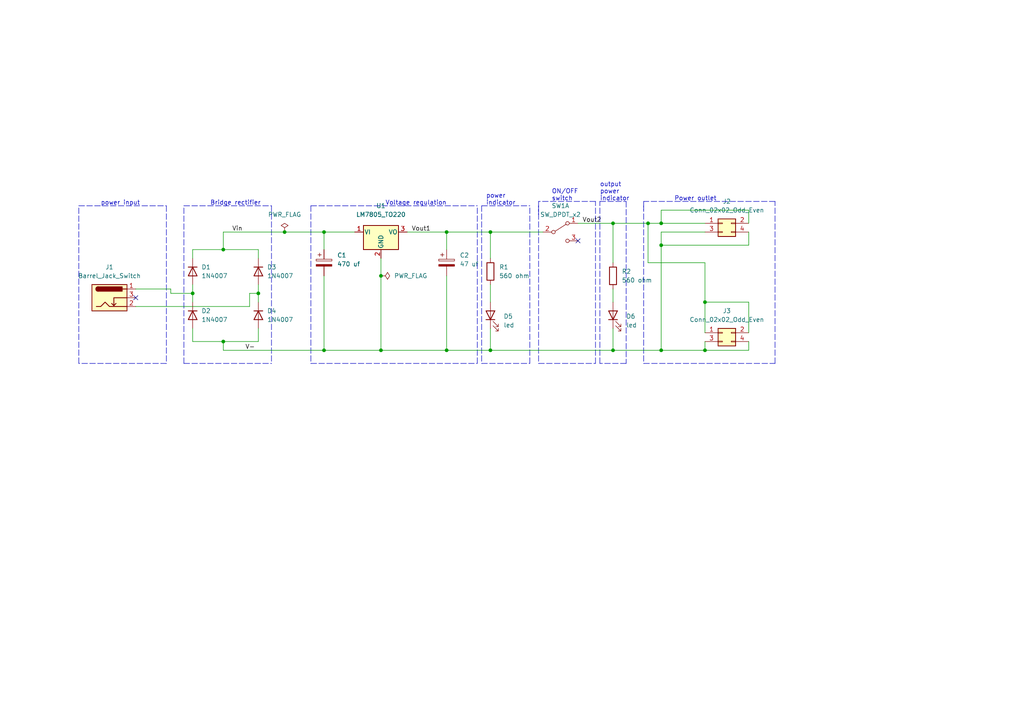
<source format=kicad_sch>
(kicad_sch (version 20211123) (generator eeschema)
  (paper "A4")
  (title_block (title "breadebored power supply") (date "2022-08-29") (company "NanoHertzs") (comment 1 "Designed on earth By Bernard"))
  (lib_symbols
    (symbol "Connector:Barrel_Jack_Switch" (pin_names hide)
      (property "Reference" "J" (at 0 5.334 0))
      (property "Value" "Barrel_Jack_Switch" (at 0 -5.08 0))
      (symbol "Barrel_Jack_Switch_0_1"
        (rectangle (start -5.08 3.81) (end 5.08 -3.81) (stroke (width 0.254)) (fill (type background)))
        (arc (start -3.302 3.175) (mid -3.937 2.54) (end -3.302 1.905) (stroke (width 0.254)))
        (arc (start -3.302 3.175) (mid -3.937 2.54) (end -3.302 1.905) (stroke (width 0.254)) (fill (type outline)))
        (polyline (pts (xy 1.27 -2.286) (xy 1.905 -1.651)) (stroke (width 0.254)))
        (polyline (pts (xy 5.08 2.54) (xy 3.81 2.54)) (stroke (width 0.254)))
        (polyline (pts (xy 5.08 0) (xy 1.27 0) (xy 1.27 -2.286) (xy 0.635 -1.651)) (stroke (width 0.254)))
        (polyline (pts (xy -3.81 -2.54) (xy -2.54 -2.54) (xy -1.27 -1.27) (xy 0 -2.54) (xy 2.54 -2.54) (xy 5.08 -2.54)) (stroke (width 0.254)))
        (rectangle (start 3.683 3.175) (end -3.302 1.905) (stroke (width 0.254)) (fill (type outline)))
      )
      (symbol "Barrel_Jack_Switch_1_1"
        (pin passive line (at 7.62 2.54 180) (length 2.54) (name "~") (number "1"))
        (pin passive line (at 7.62 -2.54 180) (length 2.54) (name "~") (number "2"))
        (pin passive line (at 7.62 0 180) (length 2.54) (name "~") (number "3"))
      )
    )
    (symbol "Connector_Generic:Conn_02x02_Odd_Even" (pin_names (offset 1.016) hide)
      (property "Reference" "J" (at 1.27 2.54 0))
      (property "Value" "Conn_02x02_Odd_Even" (at 1.27 -5.08 0))
      (symbol "Conn_02x02_Odd_Even_1_1"
        (rectangle (start -1.27 -2.413) (end 0 -2.667) (stroke (width 0.1524)))
        (rectangle (start -1.27 0.127) (end 0 -0.127) (stroke (width 0.1524)))
        (rectangle (start -1.27 1.27) (end 3.81 -3.81) (stroke (width 0.254)) (fill (type background)))
        (rectangle (start 3.81 -2.413) (end 2.54 -2.667) (stroke (width 0.1524)))
        (rectangle (start 3.81 0.127) (end 2.54 -0.127) (stroke (width 0.1524)))
        (pin passive line (at -5.08 0 0) (length 3.81) (name "Pin_1") (number "1"))
        (pin passive line (at 7.62 0 180) (length 3.81) (name "Pin_2") (number "2"))
        (pin passive line (at -5.08 -2.54 0) (length 3.81) (name "Pin_3") (number "3"))
        (pin passive line (at 7.62 -2.54 180) (length 3.81) (name "Pin_4") (number "4"))
      )
    )
    (symbol "Device:C_Polarized" (pin_numbers hide) (pin_names (offset 0.254))
      (property "Reference" "C" (at 0.635 2.54 0))
      (property "Value" "C_Polarized" (at 0.635 -2.54 0))
      (symbol "C_Polarized_0_1"
        (rectangle (start -2.286 0.508) (end 2.286 1.016))
        (polyline (pts (xy -1.778 2.286) (xy -0.762 2.286)))
        (polyline (pts (xy -1.27 2.794) (xy -1.27 1.778)))
        (rectangle (start 2.286 -0.508) (end -2.286 -1.016) (fill (type outline)))
      )
      (symbol "C_Polarized_1_1"
        (pin passive line (at 0 3.81 270) (length 2.794) (name "~") (number "1"))
        (pin passive line (at 0 -3.81 90) (length 2.794) (name "~") (number "2"))
      )
    )
    (symbol "Device:LED" (pin_numbers hide) (pin_names (offset 1.016) hide)
      (property "Reference" "D" (at 0 2.54 0))
      (property "Value" "LED" (at 0 -2.54 0))
      (symbol "LED_0_1"
        (polyline (pts (xy -1.27 -1.27) (xy -1.27 1.27)) (stroke (width 0.254)))
        (polyline (pts (xy -1.27 0) (xy 1.27 0)))
        (polyline (pts (xy 1.27 -1.27) (xy 1.27 1.27) (xy -1.27 0) (xy 1.27 -1.27)) (stroke (width 0.254)))
        (polyline (pts (xy -3.048 -0.762) (xy -4.572 -2.286) (xy -3.81 -2.286) (xy -4.572 -2.286) (xy -4.572 -1.524)))
        (polyline (pts (xy -1.778 -0.762) (xy -3.302 -2.286) (xy -2.54 -2.286) (xy -3.302 -2.286) (xy -3.302 -1.524)))
      )
      (symbol "LED_1_1"
        (pin passive line (at -3.81 0 0) (length 2.54) (name "K") (number "1"))
        (pin passive line (at 3.81 0 180) (length 2.54) (name "A") (number "2"))
      )
    )
    (symbol "Device:R" (pin_numbers hide) (pin_names (offset 0))
      (property "Reference" "R" (at 2.032 0 90))
      (property "Value" "R" (at 0 0 90))
      (symbol "R_0_1"
        (rectangle (start -1.016 -2.54) (end 1.016 2.54) (stroke (width 0.254)))
      )
      (symbol "R_1_1"
        (pin passive line (at 0 3.81 270) (length 1.27) (name "~") (number "1"))
        (pin passive line (at 0 -3.81 90) (length 1.27) (name "~") (number "2"))
      )
    )
    (symbol "Diode:1N4007" (pin_numbers hide) (pin_names (offset 1.016) hide)
      (property "Reference" "D" (at 0 2.54 0))
      (property "Value" "1N4007" (at 0 -2.54 0))
      (symbol "1N4007_0_1"
        (polyline (pts (xy -1.27 1.27) (xy -1.27 -1.27)) (stroke (width 0.254)))
        (polyline (pts (xy 1.27 0) (xy -1.27 0)))
        (polyline (pts (xy 1.27 1.27) (xy 1.27 -1.27) (xy -1.27 0) (xy 1.27 1.27)) (stroke (width 0.254)))
      )
      (symbol "1N4007_1_1"
        (pin passive line (at -3.81 0 0) (length 2.54) (name "K") (number "1"))
        (pin passive line (at 3.81 0 180) (length 2.54) (name "A") (number "2"))
      )
    )
    (symbol "Regulator_Linear:LM7805_TO220" (pin_names (offset 0.254))
      (property "Reference" "U" (at -3.81 3.175 0))
      (property "Value" "LM7805_TO220" (at 0 3.175 0))
      (symbol "LM7805_TO220_0_1"
        (rectangle (start -5.08 1.905) (end 5.08 -5.08) (stroke (width 0.254)) (fill (type background)))
      )
      (symbol "LM7805_TO220_1_1"
        (pin power_in line (at -7.62 0 0) (length 2.54) (name "VI") (number "1"))
        (pin power_in line (at 0 -7.62 90) (length 2.54) (name "GND") (number "2"))
        (pin power_out line (at 7.62 0 180) (length 2.54) (name "VO") (number "3"))
      )
    )
    (symbol "Switch:SW_DPDT_x2" (pin_names (offset 0) hide)
      (property "Reference" "SW" (at 0 4.318 0))
      (property "Value" "SW_DPDT_x2" (at 0 -5.08 0))
      (symbol "SW_DPDT_x2_0_0"
        (circle (center -2.032 0) (radius 0.508))
        (circle (center 2.032 -2.54) (radius 0.508))
      )
      (symbol "SW_DPDT_x2_0_1"
        (polyline (pts (xy -1.524 0.254) (xy 1.651 2.286)))
        (circle (center 2.032 2.54) (radius 0.508))
      )
      (symbol "SW_DPDT_x2_1_1"
        (pin passive line (at 5.08 2.54 180) (length 2.54) (name "A") (number "1"))
        (pin passive line (at -5.08 0 0) (length 2.54) (name "B") (number "2"))
        (pin passive line (at 5.08 -2.54 180) (length 2.54) (name "C") (number "3"))
      )
      (symbol "SW_DPDT_x2_2_1"
        (pin passive line (at 5.08 2.54 180) (length 2.54) (name "A") (number "4"))
        (pin passive line (at -5.08 0 0) (length 2.54) (name "B") (number "5"))
        (pin passive line (at 5.08 -2.54 180) (length 2.54) (name "C") (number "6"))
      )
    )
    (symbol "power:PWR_FLAG" (power) (pin_numbers hide) (pin_names (offset 0) hide)
      (property "Value" "PWR_FLAG" (at 0 3.81 0))
      (symbol "PWR_FLAG_0_0"
        (pin power_out line (at 0 0 90) (length 0) (name "pwr") (number "1"))
      )
      (symbol "PWR_FLAG_0_1"
        (polyline (pts (xy 0 0) (xy 0 1.27) (xy -1.016 1.905) (xy 0 2.54) (xy 1.016 1.905) (xy 0 1.27)))
      )
    )
  )
  (junction (at 110.49 101.6))
  (junction (at 177.8 64.77))
  (junction (at 129.54 67.31))
  (junction (at 204.47 87.63))
  (junction (at 142.24 67.31))
  (junction (at 129.54 101.6))
  (junction (at 64.77 99.06))
  (junction (at 142.24 101.6))
  (junction (at 74.93 85.09))
  (junction (at 204.47 101.6))
  (junction (at 55.88 85.09))
  (junction (at 191.77 64.77))
  (junction (at 64.77 72.39))
  (junction (at 93.98 67.31))
  (junction (at 82.55 67.31))
  (junction (at 187.96 64.77))
  (junction (at 177.8 101.6))
  (junction (at 110.49 80.01))
  (junction (at 191.77 71.12))
  (junction (at 93.98 101.6))
  (junction (at 191.77 101.6))
  (no_connect (at 39.37 86.36))
  (no_connect (at 167.64 69.85))
  (polyline (pts (xy 139.7 59.69) (xy 139.7 105.41)))
  (polyline (pts (xy 53.34 105.41) (xy 78.74 105.41)))
  (polyline (pts (xy 90.17 105.41) (xy 138.43 105.41)))
  (wire (pts (xy 82.55 67.31) (xy 64.77 67.31)))
  (wire (pts (xy 217.17 87.63) (xy 204.47 87.63)))
  (polyline (pts (xy 138.43 105.41) (xy 138.43 59.69)))
  (polyline (pts (xy 22.86 59.69) (xy 48.26 59.69)))
  (wire (pts (xy 204.47 96.52) (xy 204.47 87.63)))
  (wire (pts (xy 191.77 101.6) (xy 191.77 71.12)))
  (wire (pts (xy 39.37 83.82) (xy 49.53 83.82)))
  (wire (pts (xy 204.47 101.6) (xy 217.17 101.6)))
  (wire (pts (xy 142.24 82.55) (xy 142.24 87.63)))
  (wire (pts (xy 129.54 67.31) (xy 142.24 67.31)))
  (wire (pts (xy 167.64 64.77) (xy 177.8 64.77)))
  (polyline (pts (xy 22.86 105.41) (xy 22.86 59.69)))
  (wire (pts (xy 110.49 80.01) (xy 110.49 101.6)))
  (polyline (pts (xy 181.61 58.42) (xy 181.61 105.41)))
  (polyline (pts (xy 172.72 58.42) (xy 156.21 58.42)))
  (wire (pts (xy 217.17 64.77) (xy 217.17 60.96)))
  (wire (pts (xy 55.88 74.93) (xy 55.88 72.39)))
  (wire (pts (xy 129.54 80.01) (xy 129.54 101.6)))
  (wire (pts (xy 55.88 95.25) (xy 55.88 99.06)))
  (polyline (pts (xy 173.99 58.42) (xy 181.61 58.42)))
  (polyline (pts (xy 53.34 59.69) (xy 78.74 59.69)))
  (wire (pts (xy 74.93 82.55) (xy 74.93 85.09)))
  (wire (pts (xy 64.77 67.31) (xy 64.77 72.39)))
  (wire (pts (xy 142.24 67.31) (xy 157.48 67.31)))
  (wire (pts (xy 204.47 76.2) (xy 187.96 76.2)))
  (wire (pts (xy 55.88 85.09) (xy 55.88 87.63)))
  (wire (pts (xy 55.88 99.06) (xy 64.77 99.06)))
  (polyline (pts (xy 53.34 105.41) (xy 53.34 59.69)))
  (polyline (pts (xy 48.26 59.69) (xy 48.26 105.41)))
  (polyline (pts (xy 181.61 105.41) (xy 173.99 105.41)))
  (polyline (pts (xy 48.26 105.41) (xy 22.86 105.41)))
  (polyline (pts (xy 173.99 105.41) (xy 173.99 58.42)))
  (wire (pts (xy 49.53 85.09) (xy 55.88 85.09)))
  (polyline (pts (xy 172.72 105.41) (xy 172.72 58.42)))
  (wire (pts (xy 191.77 60.96) (xy 191.77 64.77)))
  (wire (pts (xy 187.96 64.77) (xy 191.77 64.77)))
  (polyline (pts (xy 90.17 59.69) (xy 138.43 59.69)))
  (polyline (pts (xy 156.21 58.42) (xy 156.21 62.23)))
  (wire (pts (xy 93.98 67.31) (xy 93.98 72.39)))
  (wire (pts (xy 72.39 85.09) (xy 74.93 85.09)))
  (wire (pts (xy 72.39 88.9) (xy 72.39 85.09)))
  (wire (pts (xy 49.53 83.82) (xy 49.53 85.09)))
  (wire (pts (xy 177.8 101.6) (xy 191.77 101.6)))
  (wire (pts (xy 64.77 99.06) (xy 74.93 99.06)))
  (wire (pts (xy 191.77 71.12) (xy 191.77 67.31)))
  (wire (pts (xy 110.49 74.93) (xy 110.49 80.01)))
  (polyline (pts (xy 78.74 59.69) (xy 78.74 105.41)))
  (wire (pts (xy 64.77 101.6) (xy 93.98 101.6)))
  (polyline (pts (xy 186.69 105.41) (xy 224.79 105.41)))
  (wire (pts (xy 129.54 101.6) (xy 142.24 101.6)))
  (wire (pts (xy 93.98 67.31) (xy 82.55 67.31)))
  (wire (pts (xy 55.88 82.55) (xy 55.88 85.09)))
  (polyline (pts (xy 139.7 105.41) (xy 153.67 105.41)))
  (wire (pts (xy 64.77 99.06) (xy 64.77 101.6)))
  (wire (pts (xy 142.24 67.31) (xy 142.24 74.93)))
  (wire (pts (xy 217.17 71.12) (xy 191.77 71.12)))
  (wire (pts (xy 55.88 72.39) (xy 64.77 72.39)))
  (wire (pts (xy 217.17 99.06) (xy 217.17 101.6)))
  (wire (pts (xy 204.47 101.6) (xy 204.47 99.06)))
  (wire (pts (xy 204.47 87.63) (xy 204.47 76.2)))
  (wire (pts (xy 74.93 85.09) (xy 74.93 87.63)))
  (polyline (pts (xy 90.17 59.69) (xy 90.17 105.41)))
  (wire (pts (xy 39.37 88.9) (xy 72.39 88.9)))
  (wire (pts (xy 118.11 67.31) (xy 129.54 67.31)))
  (wire (pts (xy 191.77 67.31) (xy 204.47 67.31)))
  (wire (pts (xy 217.17 67.31) (xy 217.17 71.12)))
  (polyline (pts (xy 224.79 105.41) (xy 224.79 58.42)))
  (wire (pts (xy 64.77 72.39) (xy 74.93 72.39)))
  (wire (pts (xy 142.24 101.6) (xy 177.8 101.6)))
  (wire (pts (xy 177.8 83.82) (xy 177.8 87.63)))
  (polyline (pts (xy 156.21 59.69) (xy 156.21 105.41)))
  (wire (pts (xy 93.98 80.01) (xy 93.98 101.6)))
  (wire (pts (xy 93.98 101.6) (xy 110.49 101.6)))
  (wire (pts (xy 217.17 60.96) (xy 191.77 60.96)))
  (wire (pts (xy 191.77 101.6) (xy 204.47 101.6)))
  (wire (pts (xy 74.93 72.39) (xy 74.93 74.93)))
  (wire (pts (xy 191.77 64.77) (xy 204.47 64.77)))
  (wire (pts (xy 129.54 67.31) (xy 129.54 72.39)))
  (wire (pts (xy 177.8 64.77) (xy 187.96 64.77)))
  (polyline (pts (xy 224.79 58.42) (xy 186.69 58.42)))
  (polyline (pts (xy 153.67 105.41) (xy 153.67 59.69)))
  (wire (pts (xy 74.93 99.06) (xy 74.93 95.25)))
  (wire (pts (xy 177.8 64.77) (xy 177.8 76.2)))
  (polyline (pts (xy 139.7 59.69) (xy 153.67 59.69)))
  (wire (pts (xy 102.87 67.31) (xy 93.98 67.31)))
  (polyline (pts (xy 156.21 105.41) (xy 172.72 105.41)))
  (wire (pts (xy 142.24 101.6) (xy 142.24 95.25)))
  (wire (pts (xy 177.8 101.6) (xy 177.8 95.25)))
  (polyline (pts (xy 186.69 59.69) (xy 186.69 105.41)))
  (wire (pts (xy 187.96 76.2) (xy 187.96 64.77)))
  (polyline (pts (xy 186.69 58.42) (xy 186.69 60.96)))
  (wire (pts (xy 110.49 101.6) (xy 129.54 101.6)))
  (wire (pts (xy 217.17 96.52) (xy 217.17 87.63)))
  (text "power input\n" (at 29.21 59.69 0) (effects (font (size 1.27 1.27)) (justify left bottom)))
  (text "Voltage regulation" (at 111.76 59.69 0) (effects (font (size 1.27 1.27)) (justify left bottom)))
  (text "power\nindicator" (at 140.97 59.69 0) (effects (font (size 1.27 1.27)) (justify left bottom)))
  (text "Bridge rectifier" (at 60.96 59.69 0) (effects (font (size 1.27 1.27)) (justify left bottom)))
  (text "output\npower\nindicator\n" (at 173.99 58.42 0) (effects (font (size 1.27 1.27)) (justify left bottom)))
  (text "Power outlet" (at 195.58 58.42 0) (effects (font (size 1.27 1.27)) (justify left bottom)))
  (text "ON/OFF\nswitch" (at 160.02 58.42 0) (effects (font (size 1.27 1.27)) (justify left bottom)))
  (label "Vout2" (at 168.91 64.77 0))
  (label "Vin" (at 67.31 67.31 0))
  (label "V-" (at 71.12 101.6 0))
  (label "Vout1" (at 119.38 67.31 0))
  (symbol (lib_id "Diode:1N4007") (at 55.88 91.44 270) (unit 1)
    (property "Reference" "D2" (at 58.42 90.1699 90) (effects (justify left)))
    (property "Value" "1N4007" (at 58.42 92.7099 90) (effects (justify left)))
    (property "Footprint" "Diode_THT:D_DO-41_SOD81_P10.16mm_Horizontal" (effects hide))
    (property "Datasheet" "http://www.vishay.com/docs/88503/1n4001.pdf" (effects hide))
  )
  (symbol (lib_id "power:PWR_FLAG") (at 82.55 67.31 0) (unit 1)
    (property "Reference" "#FLG0101" (effects hide))
    (property "Value" "PWR_FLAG" (at 82.55 62.23 0))
  )
  (symbol (lib_id "Connector_Generic:Conn_02x02_Odd_Even") (at 209.55 96.52 0) (unit 1)
    (property "Reference" "J3" (at 210.82 90.17 0))
    (property "Value" "Conn_02x02_Odd_Even" (at 210.82 92.71 0))
    (property "Footprint" "Connector_PinHeader_2.54mm:PinHeader_2x02_P2.54mm_Vertical" (effects hide))
  )
  (symbol (lib_id "Connector:Barrel_Jack_Switch") (at 31.75 86.36 0) (unit 1)
    (property "Reference" "J1" (at 31.75 77.47 0))
    (property "Value" "Barrel_Jack_Switch" (at 31.75 80.01 0))
    (property "Footprint" "Connector_BarrelJack:BarrelJack_CUI_PJ-102AH_Horizontal" (effects hide))
  )
  (symbol (lib_id "Device:R") (at 177.8 80.01 0) (unit 1)
    (property "Reference" "R2" (at 180.34 78.7399 0) (effects (justify left)))
    (property "Value" "560 ohm" (at 180.34 81.2799 0) (effects (justify left)))
    (property "Footprint" "Resistor_THT:R_Axial_DIN0207_L6.3mm_D2.5mm_P7.62mm_Horizontal" (effects hide))
  )
  (symbol (lib_id "Device:C_Polarized") (at 93.98 76.2 0) (unit 1)
    (property "Reference" "C1" (at 97.79 74.0409 0) (effects (justify left)))
    (property "Value" "470 uf" (at 97.79 76.5809 0) (effects (justify left)))
    (property "Footprint" "Capacitor_THT:CP_Radial_D10.0mm_P5.00mm" (effects hide))
  )
  (symbol (lib_id "Diode:1N4007") (at 74.93 78.74 270) (unit 1)
    (property "Reference" "D3" (at 77.47 77.4699 90) (effects (justify left)))
    (property "Value" "1N4007" (at 77.47 80.0099 90) (effects (justify left)))
    (property "Footprint" "Diode_THT:D_DO-41_SOD81_P10.16mm_Horizontal" (effects hide))
    (property "Datasheet" "http://www.vishay.com/docs/88503/1n4001.pdf" (effects hide))
  )
  (symbol (lib_id "power:PWR_FLAG") (at 110.49 80.01 270) (unit 1)
    (property "Reference" "#FLG0102" (effects hide))
    (property "Value" "PWR_FLAG" (at 114.3 80.0099 90) (effects (justify left)))
  )
  (symbol (lib_id "Device:R") (at 142.24 78.74 0) (unit 1)
    (property "Reference" "R1" (at 144.78 77.4699 0) (effects (justify left)))
    (property "Value" "560 ohm" (at 144.78 80.0099 0) (effects (justify left)))
    (property "Footprint" "Resistor_THT:R_Axial_DIN0207_L6.3mm_D2.5mm_P7.62mm_Horizontal" (effects hide))
  )
  (symbol (lib_id "Device:C_Polarized") (at 129.54 76.2 0) (unit 1)
    (property "Reference" "C2" (at 133.35 74.0409 0) (effects (justify left)))
    (property "Value" "47 uf" (at 133.35 76.5809 0) (effects (justify left)))
    (property "Footprint" "Capacitor_THT:CP_Radial_D5.0mm_P2.00mm" (effects hide))
  )
  (symbol (lib_id "Device:LED") (at 142.24 91.44 90) (unit 1)
    (property "Reference" "D5" (at 146.05 91.7574 90) (effects (justify right)))
    (property "Value" "led" (at 146.05 94.2974 90) (effects (justify right)))
    (property "Footprint" "LED_THT:LED_D4.0mm" (effects hide))
  )
  (symbol (lib_id "Diode:1N4007") (at 74.93 91.44 270) (unit 1)
    (property "Reference" "D4" (at 77.47 90.1699 90) (effects (justify left)))
    (property "Value" "1N4007" (at 77.47 92.7099 90) (effects (justify left)))
    (property "Footprint" "Diode_THT:D_DO-41_SOD81_P10.16mm_Horizontal" (effects hide))
    (property "Datasheet" "http://www.vishay.com/docs/88503/1n4001.pdf" (effects hide))
  )
  (symbol (lib_id "Diode:1N4007") (at 55.88 78.74 270) (unit 1)
    (property "Reference" "D1" (at 58.42 77.4699 90) (effects (justify left)))
    (property "Value" "1N4007" (at 58.42 80.0099 90) (effects (justify left)))
    (property "Footprint" "Diode_THT:D_DO-41_SOD81_P10.16mm_Horizontal" (effects hide))
    (property "Datasheet" "http://www.vishay.com/docs/88503/1n4001.pdf" (effects hide))
  )
  (symbol (lib_id "Device:LED") (at 177.8 91.44 90) (unit 1)
    (property "Reference" "D6" (at 181.61 91.7574 90) (effects (justify right)))
    (property "Value" "led" (at 181.61 94.2974 90) (effects (justify right)))
    (property "Footprint" "LED_THT:LED_D4.0mm" (effects hide))
  )
  (symbol (lib_id "Connector_Generic:Conn_02x02_Odd_Even") (at 209.55 64.77 0) (unit 1)
    (property "Reference" "J2" (at 210.82 58.42 0))
    (property "Value" "Conn_02x02_Odd_Even" (at 210.82 60.96 0))
    (property "Footprint" "Connector_PinHeader_2.54mm:PinHeader_2x02_P2.54mm_Vertical" (effects hide))
  )
  (symbol (lib_id "Regulator_Linear:LM7805_TO220") (at 110.49 67.31 0) (unit 1)
    (property "Reference" "U1" (at 110.49 59.69 0))
    (property "Value" "LM7805_TO220" (at 110.49 62.23 0))
    (property "Footprint" "Package_TO_SOT_THT:TO-220-3_Vertical" (effects hide))
    (property "Datasheet" "https://www.onsemi.cn/PowerSolutions/document/MC7800-D.PDF" (effects hide))
  )
  (symbol (lib_id "Switch:SW_DPDT_x2") (at 162.56 67.31 0) (unit 1)
    (property "Reference" "SW1" (at 162.56 59.69 0))
    (property "Value" "SW_DPDT_x2" (at 162.56 62.23 0))
    (property "Footprint" "Button_Switch_THT:SW_DIP_SPSTx01_Slide_9.78x4.72mm_W7.62mm_P2.54mm" (effects hide))
  )
)
</source>
